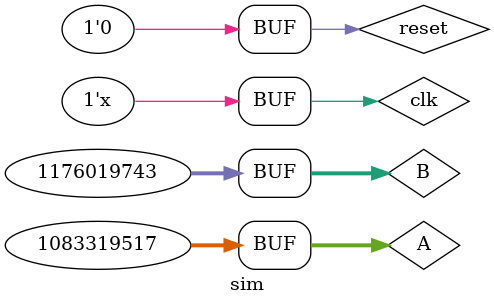
<source format=v>
module sim();
  reg [31:0] A,B;
  reg clk = 0;
  reg reset = 1;
  wire [31:0] C;
  wire done, flow;
  fp_mult mult(A,B,clk,reset,C,done,flow);
  always #5 clk = ~clk;
  initial begin
      A = 32'h409224dd;
      B = 32'h4618a31f;
      #20 reset = 0;
  end
endmodule

</source>
